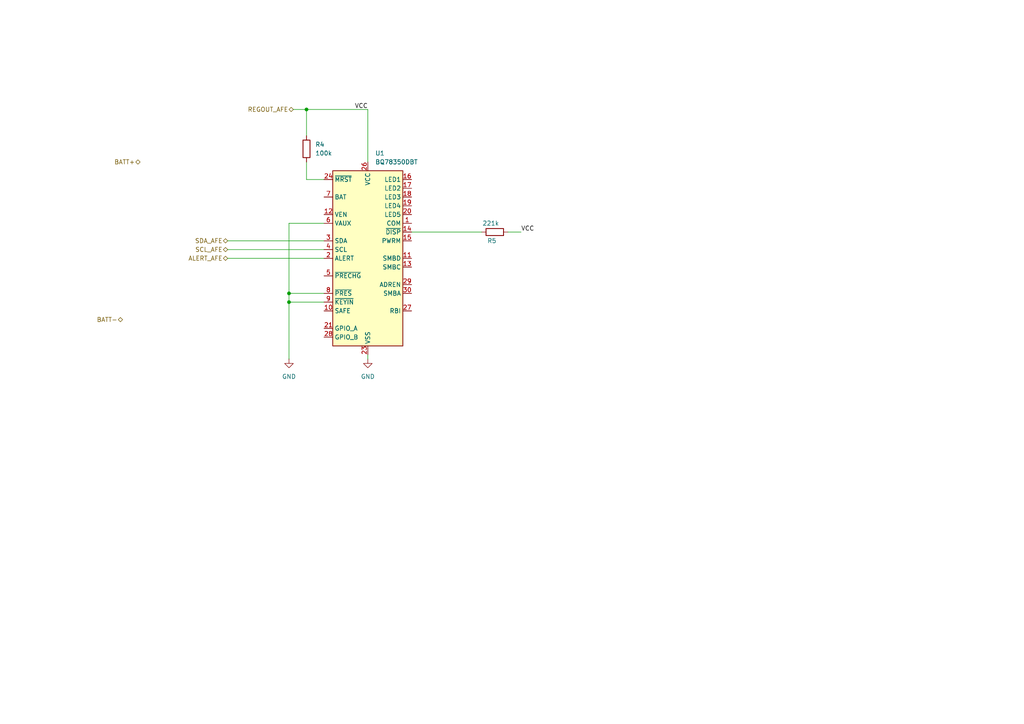
<source format=kicad_sch>
(kicad_sch (version 20250114) (generator "eeschema") (generator_version "9.0")
  (paper "A4")
  (lib_symbols
    (symbol "Battery_Management:BQ78350DBT"
      (property "Reference" "U" (at -10.16 26.67 0))
      (property "Value" "BQ78350DBT" (at 13.97 26.67 0))
      (symbol "BQ78350DBT_0_1"
        (rectangle (start -10.16 25.4) (end 10.16 -25.4) (stroke (width 0.254)) (fill (type background)))
      )
      (symbol "BQ78350DBT_1_1"
        (pin input line (at -12.7 22.86 0) (length 2.54) (name "~{MRST}") (number "24"))
        (pin input line (at -12.7 17.78 0) (length 2.54) (name "BAT") (number "7"))
        (pin open_collector line (at -12.7 12.7 0) (length 2.54) (name "VEN") (number "12"))
        (pin input line (at -12.7 10.16 0) (length 2.54) (name "VAUX") (number "6"))
        (pin bidirectional line (at -12.7 5.08 0) (length 2.54) (name "SDA") (number "3"))
        (pin output line (at -12.7 2.54 0) (length 2.54) (name "SCL") (number "4"))
        (pin bidirectional line (at -12.7 0 0) (length 2.54) (name "ALERT") (number "2"))
        (pin output line (at -12.7 -5.08 0) (length 2.54) (name "~{PRECHG}") (number "5"))
        (pin input line (at -12.7 -10.16 0) (length 2.54) (name "~{PRES}") (number "8"))
        (pin input line (at -12.7 -12.7 0) (length 2.54) (name "~{KEYIN}") (number "9"))
        (pin output line (at -12.7 -15.24 0) (length 2.54) (name "SAFE") (number "10"))
        (pin bidirectional line (at -12.7 -20.32 0) (length 2.54) (name "GPIO_A") (number "21"))
        (pin bidirectional line (at -12.7 -22.86 0) (length 2.54) (name "GPIO_B") (number "28"))
        (pin power_in line (at 0 27.94 270) (length 2.54) (name "VCC") (number "26"))
        (pin passive line (at 0 -27.94 90) (length 2.54) (hide yes) (name "VSS") (number "22"))
        (pin power_in line (at 0 -27.94 90) (length 2.54) (name "VSS") (number "23"))
        (pin passive line (at 0 -27.94 90) (length 2.54) (hide yes) (name "VSS") (number "25"))
        (pin output line (at 12.7 22.86 180) (length 2.54) (name "LED1") (number "16"))
        (pin output line (at 12.7 20.32 180) (length 2.54) (name "LED2") (number "17"))
        (pin output line (at 12.7 17.78 180) (length 2.54) (name "LED3") (number "18"))
        (pin output line (at 12.7 15.24 180) (length 2.54) (name "LED4") (number "19"))
        (pin output line (at 12.7 12.7 180) (length 2.54) (name "LED5") (number "20"))
        (pin open_collector line (at 12.7 10.16 180) (length 2.54) (name "COM") (number "1"))
        (pin input line (at 12.7 7.62 180) (length 2.54) (name "~{DISP}") (number "14"))
        (pin open_collector line (at 12.7 5.08 180) (length 2.54) (name "PWRM") (number "15"))
        (pin bidirectional line (at 12.7 0 180) (length 2.54) (name "SMBD") (number "11"))
        (pin bidirectional line (at 12.7 -2.54 180) (length 2.54) (name "SMBC") (number "13"))
        (pin output line (at 12.7 -7.62 180) (length 2.54) (name "ADREN") (number "29"))
        (pin input line (at 12.7 -10.16 180) (length 2.54) (name "SMBA") (number "30"))
        (pin passive line (at 12.7 -15.24 180) (length 2.54) (name "RBI") (number "27"))
      )
    )
    (symbol "Device:R" (pin_numbers (hide yes)) (pin_names (offset 0))
      (property "Reference" "R" (at 2.032 0 90))
      (property "Value" "R" (at 0 0 90))
      (symbol "R_0_1"
        (rectangle (start -1.016 -2.54) (end 1.016 2.54) (stroke (width 0.254)))
      )
      (symbol "R_1_1"
        (pin passive line (at 0 3.81 270) (length 1.27) (name "~") (number "1"))
        (pin passive line (at 0 -3.81 90) (length 1.27) (name "~") (number "2"))
      )
    )
    (symbol "power:GND" (power) (pin_numbers (hide yes)) (pin_names (offset 0) (hide yes))
      (property "Value" "GND" (at 0 -3.81 0))
      (symbol "GND_0_1"
        (polyline (pts (xy 0 0) (xy 0 -1.27) (xy 1.27 -1.27) (xy 0 -2.54) (xy -1.27 -1.27) (xy 0 -1.27)))
      )
      (symbol "GND_1_1"
        (pin power_in line (at 0 0 270) (length 0) (name "~") (number "1"))
      )
    )
  )
  (junction (at 88.9 31.75))
  (junction (at 83.82 87.63))
  (junction (at 83.82 85.09))
  (wire (pts (xy 88.9 31.75) (xy 88.9 39.37)))
  (wire (pts (xy 93.98 74.93) (xy 66.04 74.93)))
  (wire (pts (xy 88.9 46.99) (xy 88.9 52.07)))
  (wire (pts (xy 83.82 87.63) (xy 83.82 104.14)))
  (wire (pts (xy 66.04 69.85) (xy 93.98 69.85)))
  (wire (pts (xy 119.38 67.31) (xy 139.7 67.31)))
  (wire (pts (xy 83.82 85.09) (xy 83.82 87.63)))
  (wire (pts (xy 88.9 31.75) (xy 106.68 31.75)))
  (wire (pts (xy 83.82 85.09) (xy 93.98 85.09)))
  (wire (pts (xy 106.68 102.87) (xy 106.68 104.14)))
  (wire (pts (xy 93.98 64.77) (xy 83.82 64.77)))
  (wire (pts (xy 88.9 52.07) (xy 93.98 52.07)))
  (wire (pts (xy 66.04 72.39) (xy 93.98 72.39)))
  (wire (pts (xy 147.32 67.31) (xy 151.13 67.31)))
  (wire (pts (xy 85.09 31.75) (xy 88.9 31.75)))
  (wire (pts (xy 93.98 87.63) (xy 83.82 87.63)))
  (wire (pts (xy 106.68 31.75) (xy 106.68 46.99)))
  (wire (pts (xy 83.82 64.77) (xy 83.82 85.09)))
  (label "VCC" (at 102.87 31.75 0))
  (label "VCC" (at 151.13 67.31 0))
  (hierarchical_label "BATT+" (shape bidirectional) (at 40.64 46.99 180))
  (hierarchical_label "SCL_AFE" (shape bidirectional) (at 66.04 72.39 180))
  (hierarchical_label "REGOUT_AFE" (shape bidirectional) (at 85.09 31.75 180))
  (hierarchical_label "SDA_AFE" (shape bidirectional) (at 66.04 69.85 180))
  (hierarchical_label "ALERT_AFE" (shape bidirectional) (at 66.04 74.93 180))
  (hierarchical_label "BATT-" (shape bidirectional) (at 35.56 92.71 180))
  (symbol (lib_id "power:GND") (at 106.68 104.14 0) (unit 1)
    (property "Reference" "#PWR02" (effects (hide yes)))
    (property "Value" "GND" (at 106.68 109.22 0))
    (property "Description" "Power symbol creates a global label with name \"GND\" , ground" (effects (hide yes)))
  )
  (symbol (lib_id "Device:R") (at 143.51 67.31 90) (unit 1)
    (property "Reference" "R5" (at 144.018 69.85 90) (effects (justify left)))
    (property "Value" "221k" (at 144.7799 64.77 90) (effects (justify left)))
    (property "Description" "Resistor" (effects (hide yes)))
  )
  (symbol (lib_id "Device:R") (at 88.9 43.18 0) (unit 1)
    (property "Reference" "R4" (at 91.44 41.9099 0) (effects (justify left)))
    (property "Value" "100k" (at 91.44 44.4499 0) (effects (justify left)))
    (property "Description" "Resistor" (effects (hide yes)))
  )
  (symbol (lib_id "power:GND") (at 83.82 104.14 0) (unit 1)
    (property "Reference" "#PWR01" (effects (hide yes)))
    (property "Value" "GND" (at 83.82 109.22 0))
    (property "Description" "Power symbol creates a global label with name \"GND\" , ground" (effects (hide yes)))
  )
  (symbol (lib_id "Battery_Management:BQ78350DBT") (at 106.68 74.93 0) (unit 1)
    (property "Reference" "U1" (at 108.8233 44.45 0) (effects (justify left)))
    (property "Value" "BQ78350DBT" (at 108.8233 46.99 0) (effects (justify left)))
    (property "Footprint" "Package_SO:TSSOP-30_4.4x7.8mm_P0.5mm" (effects (hide yes)))
    (property "Datasheet" "http://www.ti.com/lit/ds/symlink/bq78350.pdf" (effects (hide yes)))
    (property "Description" "Lithium battery fuel gauge, battery management controller for BQ769x0, TSSOP-30" (effects (hide yes)))
  )
)
</source>
